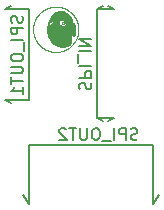
<source format=gbo>
G04 #@! TF.GenerationSoftware,KiCad,Pcbnew,5.0.2-bee76a0~70~ubuntu18.04.1*
G04 #@! TF.CreationDate,2018-12-18T05:27:10+01:00*
G04 #@! TF.ProjectId,myoelectronics_spi_harness_to_motor_controller_adapter,6d796f65-6c65-4637-9472-6f6e6963735f,rev?*
G04 #@! TF.SameCoordinates,Original*
G04 #@! TF.FileFunction,Legend,Bot*
G04 #@! TF.FilePolarity,Positive*
%FSLAX46Y46*%
G04 Gerber Fmt 4.6, Leading zero omitted, Abs format (unit mm)*
G04 Created by KiCad (PCBNEW 5.0.2-bee76a0~70~ubuntu18.04.1) date Tue 18 Dec 2018 05:27:10 CET*
%MOMM*%
%LPD*%
G01*
G04 APERTURE LIST*
%ADD10C,0.200000*%
%ADD11C,0.077506*%
%ADD12C,0.007078*%
%ADD13C,0.100000*%
%ADD14C,0.014156*%
%ADD15C,0.150000*%
G04 APERTURE END LIST*
D10*
X136250000Y-86000000D02*
X135750000Y-86250000D01*
X134750000Y-86000000D02*
X135250000Y-86250000D01*
X136250000Y-76750000D02*
X135750000Y-76500000D01*
X134750000Y-76750000D02*
X135250000Y-76500000D01*
X139500000Y-93250000D02*
X140000000Y-92500000D01*
X139500000Y-88250000D02*
X139500000Y-93250000D01*
X129000000Y-93250000D02*
X128500000Y-92500000D01*
X129000000Y-88250000D02*
X129000000Y-93250000D01*
X139500000Y-88250000D02*
X129000000Y-88250000D01*
X134750000Y-76750000D02*
X136250000Y-76750000D01*
X134750000Y-86000000D02*
X136250000Y-86000000D01*
X134750000Y-76750000D02*
X134750000Y-86000000D01*
X127000000Y-84500000D02*
X127500000Y-84750000D01*
X127000000Y-76750000D02*
X127500000Y-76500000D01*
X129000000Y-84500000D02*
X127000000Y-84500000D01*
X129000000Y-76750000D02*
X129000000Y-84500000D01*
X127000000Y-76750000D02*
X129000000Y-76750000D01*
D11*
G04 #@! TO.C,svg2mod*
X131157356Y-76566355D02*
X131157356Y-76566369D01*
X131175595Y-76565337D02*
X131157356Y-76566355D01*
X131198493Y-76564630D02*
X131175595Y-76565337D01*
X131225123Y-76564220D02*
X131198493Y-76564630D01*
X131254555Y-76564092D02*
X131225123Y-76564220D01*
X131285860Y-76564231D02*
X131254555Y-76564092D01*
X131318110Y-76564622D02*
X131285860Y-76564231D01*
X131350375Y-76565252D02*
X131318110Y-76564622D01*
X131381725Y-76566106D02*
X131350375Y-76565252D01*
X131411234Y-76567168D02*
X131381725Y-76566106D01*
X131437970Y-76568425D02*
X131411234Y-76567168D01*
X131461006Y-76569861D02*
X131437970Y-76568425D01*
X131479411Y-76571463D02*
X131461006Y-76569861D01*
X131507167Y-76574593D02*
X131479411Y-76571463D01*
X131534794Y-76578085D02*
X131507167Y-76574593D01*
X131562293Y-76581939D02*
X131534794Y-76578085D01*
X131589662Y-76586153D02*
X131562293Y-76581939D01*
X131616898Y-76590727D02*
X131589662Y-76586153D01*
X131644000Y-76595661D02*
X131616898Y-76590727D01*
X131670966Y-76600954D02*
X131644000Y-76595661D01*
X131697795Y-76606604D02*
X131670966Y-76600954D01*
X131724485Y-76612611D02*
X131697795Y-76606604D01*
X131751035Y-76618975D02*
X131724485Y-76612611D01*
X131777442Y-76625695D02*
X131751035Y-76618975D01*
X131803705Y-76632770D02*
X131777442Y-76625695D01*
X131829822Y-76640199D02*
X131803705Y-76632770D01*
X131855792Y-76647982D02*
X131829822Y-76640199D01*
X131881613Y-76656118D02*
X131855792Y-76647982D01*
X131907284Y-76664607D02*
X131881613Y-76656118D01*
X131932802Y-76673447D02*
X131907284Y-76664607D01*
X131958166Y-76682638D02*
X131932802Y-76673447D01*
X131983375Y-76692179D02*
X131958166Y-76682638D01*
X132008426Y-76702070D02*
X131983375Y-76692179D01*
X132033318Y-76712309D02*
X132008426Y-76702070D01*
X132058049Y-76722897D02*
X132033318Y-76712309D01*
X132082618Y-76733832D02*
X132058049Y-76722897D01*
X132107023Y-76745114D02*
X132082618Y-76733832D01*
X132131262Y-76756742D02*
X132107023Y-76745114D01*
X132155334Y-76768715D02*
X132131262Y-76756742D01*
X132179237Y-76781032D02*
X132155334Y-76768715D01*
X132202969Y-76793694D02*
X132179237Y-76781032D01*
X132226529Y-76806699D02*
X132202969Y-76793694D01*
X132249914Y-76820046D02*
X132226529Y-76806699D01*
X132273124Y-76833736D02*
X132249914Y-76820046D01*
X132296157Y-76847766D02*
X132273124Y-76833736D01*
X132319010Y-76862137D02*
X132296157Y-76847766D01*
X132341683Y-76876847D02*
X132319010Y-76862137D01*
X132364173Y-76891897D02*
X132341683Y-76876847D01*
X132386480Y-76907285D02*
X132364173Y-76891897D01*
X132408600Y-76923010D02*
X132386480Y-76907285D01*
X132430533Y-76939073D02*
X132408600Y-76923010D01*
X132452277Y-76955471D02*
X132430533Y-76939073D01*
X132473830Y-76972206D02*
X132452277Y-76955471D01*
X132495191Y-76989274D02*
X132473830Y-76972206D01*
X132516358Y-77006678D02*
X132495191Y-76989274D01*
X132537313Y-77024415D02*
X132516358Y-77006678D01*
X132558009Y-77042463D02*
X132537313Y-77024415D01*
X132578442Y-77060814D02*
X132558009Y-77042463D01*
X132598609Y-77079464D02*
X132578442Y-77060814D01*
X132618506Y-77098408D02*
X132598609Y-77079464D01*
X132638131Y-77117640D02*
X132618506Y-77098408D01*
X132657479Y-77137156D02*
X132638131Y-77117640D01*
X132676547Y-77156949D02*
X132657479Y-77137156D01*
X132695331Y-77177016D02*
X132676547Y-77156949D01*
X132713829Y-77197350D02*
X132695331Y-77177016D01*
X132732036Y-77217946D02*
X132713829Y-77197350D01*
X132749949Y-77238800D02*
X132732036Y-77217946D01*
X132767564Y-77259905D02*
X132749949Y-77238800D01*
X132784879Y-77281258D02*
X132767564Y-77259905D01*
X132801889Y-77302852D02*
X132784879Y-77281258D01*
X132818592Y-77324682D02*
X132801889Y-77302852D01*
X132834983Y-77346744D02*
X132818592Y-77324682D01*
X132851059Y-77369031D02*
X132834983Y-77346744D01*
X132866816Y-77391539D02*
X132851059Y-77369031D01*
X132882252Y-77414263D02*
X132866816Y-77391539D01*
X132897363Y-77437197D02*
X132882252Y-77414263D01*
X132912145Y-77460336D02*
X132897363Y-77437197D01*
X132926594Y-77483675D02*
X132912145Y-77460336D01*
X132940708Y-77507209D02*
X132926594Y-77483675D01*
X132954482Y-77530932D02*
X132940708Y-77507209D01*
X132967914Y-77554839D02*
X132954482Y-77530932D01*
X132980999Y-77578926D02*
X132967914Y-77554839D01*
X132993735Y-77603186D02*
X132980999Y-77578926D01*
X133006117Y-77627615D02*
X132993735Y-77603186D01*
X133018143Y-77652207D02*
X133006117Y-77627615D01*
X133029809Y-77676958D02*
X133018143Y-77652207D01*
X133041111Y-77701862D02*
X133029809Y-77676958D01*
X133052046Y-77726913D02*
X133041111Y-77701862D01*
X133062610Y-77752107D02*
X133052046Y-77726913D01*
X133072800Y-77777438D02*
X133062610Y-77752107D01*
X133082612Y-77802902D02*
X133072800Y-77777438D01*
X133092044Y-77828492D02*
X133082612Y-77802902D01*
X133101090Y-77854204D02*
X133092044Y-77828492D01*
X133109749Y-77880033D02*
X133101090Y-77854204D01*
X133118016Y-77905973D02*
X133109749Y-77880033D01*
X133126024Y-77932364D02*
X133118016Y-77905973D01*
X133133614Y-77958607D02*
X133126024Y-77932364D01*
X133140790Y-77984728D02*
X133133614Y-77958607D01*
X133147555Y-78010755D02*
X133140790Y-77984728D01*
X133153915Y-78036715D02*
X133147555Y-78010755D01*
X133159874Y-78062635D02*
X133153915Y-78036715D01*
X133165436Y-78088543D02*
X133159874Y-78062635D01*
X133170606Y-78114465D02*
X133165436Y-78088543D01*
X133175388Y-78140430D02*
X133170606Y-78114465D01*
X133179787Y-78166463D02*
X133175388Y-78140430D01*
X133183806Y-78192593D02*
X133179787Y-78166463D01*
X133187450Y-78218847D02*
X133183806Y-78192593D01*
X133190724Y-78245251D02*
X133187450Y-78218847D01*
X133193632Y-78271833D02*
X133190724Y-78245251D01*
X133196178Y-78298621D02*
X133193632Y-78271833D01*
X133198367Y-78325641D02*
X133196178Y-78298621D01*
X133200203Y-78352921D02*
X133198367Y-78325641D01*
X133201690Y-78380487D02*
X133200203Y-78352921D01*
X133202833Y-78408368D02*
X133201690Y-78380487D01*
X133203637Y-78436590D02*
X133202833Y-78408368D01*
X133204063Y-78464246D02*
X133203637Y-78436590D01*
X133204101Y-78491849D02*
X133204063Y-78464246D01*
X133203753Y-78519396D02*
X133204101Y-78491849D01*
X133203020Y-78546884D02*
X133203753Y-78519396D01*
X133201903Y-78574311D02*
X133203020Y-78546884D01*
X133200402Y-78601673D02*
X133201903Y-78574311D01*
X133198519Y-78628966D02*
X133200402Y-78601673D01*
X133196255Y-78656189D02*
X133198519Y-78628966D01*
X133193610Y-78683337D02*
X133196255Y-78656189D01*
X133190587Y-78710408D02*
X133193610Y-78683337D01*
X133187185Y-78737398D02*
X133190587Y-78710408D01*
X133183405Y-78764304D02*
X133187185Y-78737398D01*
X133179250Y-78791124D02*
X133183405Y-78764304D01*
X133174719Y-78817854D02*
X133179250Y-78791124D01*
X133169814Y-78844490D02*
X133174719Y-78817854D01*
X133164535Y-78871031D02*
X133169814Y-78844490D01*
X133158884Y-78897473D02*
X133164535Y-78871031D01*
X133152862Y-78923812D02*
X133158884Y-78897473D01*
X133146470Y-78950045D02*
X133152862Y-78923812D01*
X133139708Y-78976170D02*
X133146470Y-78950045D01*
X133132578Y-79002184D02*
X133139708Y-78976170D01*
X133125081Y-79028082D02*
X133132578Y-79002184D01*
X133117218Y-79053863D02*
X133125081Y-79028082D01*
X133108989Y-79079522D02*
X133117218Y-79053863D01*
X133100396Y-79105058D02*
X133108989Y-79079522D01*
X133091439Y-79130466D02*
X133100396Y-79105058D01*
X133082121Y-79155743D02*
X133091439Y-79130466D01*
X133072441Y-79180888D02*
X133082121Y-79155743D01*
X133062401Y-79205895D02*
X133072441Y-79180888D01*
X133052001Y-79230763D02*
X133062401Y-79205895D01*
X133041243Y-79255488D02*
X133052001Y-79230763D01*
X133030128Y-79280067D02*
X133041243Y-79255488D01*
X133018656Y-79304497D02*
X133030128Y-79280067D01*
X133006830Y-79328775D02*
X133018656Y-79304497D01*
X132994649Y-79352897D02*
X133006830Y-79328775D01*
X132982114Y-79376861D02*
X132994649Y-79352897D01*
X132969227Y-79400664D02*
X132982114Y-79376861D01*
X132955989Y-79424301D02*
X132969227Y-79400664D01*
X132942401Y-79447771D02*
X132955989Y-79424301D01*
X132928463Y-79471070D02*
X132942401Y-79447771D01*
X132914177Y-79494196D02*
X132928463Y-79471070D01*
X132899544Y-79517144D02*
X132914177Y-79494196D01*
X132884565Y-79539911D02*
X132899544Y-79517144D01*
X132869240Y-79562496D02*
X132884565Y-79539911D01*
X132853570Y-79584894D02*
X132869240Y-79562496D01*
X132837558Y-79607102D02*
X132853570Y-79584894D01*
X132821203Y-79629117D02*
X132837558Y-79607102D01*
X132804232Y-79651298D02*
X132821203Y-79629117D01*
X132786983Y-79673192D02*
X132804232Y-79651298D01*
X132769459Y-79694797D02*
X132786983Y-79673192D01*
X132751663Y-79716112D02*
X132769459Y-79694797D01*
X132733598Y-79737134D02*
X132751663Y-79716112D01*
X132715267Y-79757863D02*
X132733598Y-79737134D01*
X132696674Y-79778296D02*
X132715267Y-79757863D01*
X132677821Y-79798431D02*
X132696674Y-79778296D01*
X132658713Y-79818267D02*
X132677821Y-79798431D01*
X132639351Y-79837802D02*
X132658713Y-79818267D01*
X132619740Y-79857034D02*
X132639351Y-79837802D01*
X132599882Y-79875961D02*
X132619740Y-79857034D01*
X132579780Y-79894581D02*
X132599882Y-79875961D01*
X132559438Y-79912893D02*
X132579780Y-79894581D01*
X132538860Y-79930894D02*
X132559438Y-79912893D01*
X132518047Y-79948584D02*
X132538860Y-79930894D01*
X132497003Y-79965959D02*
X132518047Y-79948584D01*
X132475732Y-79983019D02*
X132497003Y-79965959D01*
X132454236Y-79999762D02*
X132475732Y-79983019D01*
X132432519Y-80016185D02*
X132454236Y-79999762D01*
X132410584Y-80032286D02*
X132432519Y-80016185D01*
X132388435Y-80048065D02*
X132410584Y-80032286D01*
X132366073Y-80063520D02*
X132388435Y-80048065D01*
X132343503Y-80078647D02*
X132366073Y-80063520D01*
X132320727Y-80093446D02*
X132343503Y-80078647D01*
X132297749Y-80107916D02*
X132320727Y-80093446D01*
X132274572Y-80122053D02*
X132297749Y-80107916D01*
X132251199Y-80135856D02*
X132274572Y-80122053D01*
X132227633Y-80149323D02*
X132251199Y-80135856D01*
X132203878Y-80162454D02*
X132227633Y-80149323D01*
X132179937Y-80175245D02*
X132203878Y-80162454D01*
X132155812Y-80187694D02*
X132179937Y-80175245D01*
X132131507Y-80199801D02*
X132155812Y-80187694D01*
X132107025Y-80211564D02*
X132131507Y-80199801D01*
X132082370Y-80222979D02*
X132107025Y-80211564D01*
X132057544Y-80234047D02*
X132082370Y-80222979D01*
X132032550Y-80244764D02*
X132057544Y-80234047D01*
X132007393Y-80255130D02*
X132032550Y-80244764D01*
X131982074Y-80265142D02*
X132007393Y-80255130D01*
X131956597Y-80274798D02*
X131982074Y-80265142D01*
X131930966Y-80284096D02*
X131956597Y-80274798D01*
X131905183Y-80293036D02*
X131930966Y-80284096D01*
X131879252Y-80301615D02*
X131905183Y-80293036D01*
X131853176Y-80309831D02*
X131879252Y-80301615D01*
X131826958Y-80317682D02*
X131853176Y-80309831D01*
X131800601Y-80325167D02*
X131826958Y-80317682D01*
X131774108Y-80332283D02*
X131800601Y-80325167D01*
X131747483Y-80339030D02*
X131774108Y-80332283D01*
X131720728Y-80345404D02*
X131747483Y-80339030D01*
X131693847Y-80351405D02*
X131720728Y-80345404D01*
X131666843Y-80357031D02*
X131693847Y-80351405D01*
X131639720Y-80362279D02*
X131666843Y-80357031D01*
X131612480Y-80367148D02*
X131639720Y-80362279D01*
X131585126Y-80371636D02*
X131612480Y-80367148D01*
X131557662Y-80375742D02*
X131585126Y-80371636D01*
X131530091Y-80379463D02*
X131557662Y-80375742D01*
X131502415Y-80382798D02*
X131530091Y-80379463D01*
X131475151Y-80385682D02*
X131502415Y-80382798D01*
X131447860Y-80388163D02*
X131475151Y-80385682D01*
X131420547Y-80390243D02*
X131447860Y-80388163D01*
X131393218Y-80391922D02*
X131420547Y-80390243D01*
X131365877Y-80393202D02*
X131393218Y-80391922D01*
X131338530Y-80394084D02*
X131365877Y-80393202D01*
X131311182Y-80394571D02*
X131338530Y-80394084D01*
X131283838Y-80394663D02*
X131311182Y-80394571D01*
X131256504Y-80394362D02*
X131283838Y-80394663D01*
X131229184Y-80393669D02*
X131256504Y-80394362D01*
X131201884Y-80392585D02*
X131229184Y-80393669D01*
X131174610Y-80391113D02*
X131201884Y-80392585D01*
X131147365Y-80389254D02*
X131174610Y-80391113D01*
X131120156Y-80387008D02*
X131147365Y-80389254D01*
X131092987Y-80384379D02*
X131120156Y-80387008D01*
X131065864Y-80381366D02*
X131092987Y-80384379D01*
X131038792Y-80377971D02*
X131065864Y-80381366D01*
X131011776Y-80374197D02*
X131038792Y-80377971D01*
X130984822Y-80370043D02*
X131011776Y-80374197D01*
X130957934Y-80365513D02*
X130984822Y-80370043D01*
X130931117Y-80360607D02*
X130957934Y-80365513D01*
X130904378Y-80355326D02*
X130931117Y-80360607D01*
X130877721Y-80349672D02*
X130904378Y-80355326D01*
X130851151Y-80343647D02*
X130877721Y-80349672D01*
X130824674Y-80337252D02*
X130851151Y-80343647D01*
X130798294Y-80330489D02*
X130824674Y-80337252D01*
X130772017Y-80323358D02*
X130798294Y-80330489D01*
X130745848Y-80315862D02*
X130772017Y-80323358D01*
X130719793Y-80308002D02*
X130745848Y-80315862D01*
X130693856Y-80299778D02*
X130719793Y-80308002D01*
X130668043Y-80291194D02*
X130693856Y-80299778D01*
X130642358Y-80282250D02*
X130668043Y-80291194D01*
X130616808Y-80272947D02*
X130642358Y-80282250D01*
X130591397Y-80263287D02*
X130616808Y-80272947D01*
X130566130Y-80253272D02*
X130591397Y-80263287D01*
X130541013Y-80242902D02*
X130566130Y-80253272D01*
X130516050Y-80232181D02*
X130541013Y-80242902D01*
X130491248Y-80221107D02*
X130516050Y-80232181D01*
X130466611Y-80209685D02*
X130491248Y-80221107D01*
X130442144Y-80197914D02*
X130466611Y-80209685D01*
X130417853Y-80185796D02*
X130442144Y-80197914D01*
X130393743Y-80173332D02*
X130417853Y-80185796D01*
X130369819Y-80160525D02*
X130393743Y-80173332D01*
X130346085Y-80147375D02*
X130369819Y-80160525D01*
X130322548Y-80133885D02*
X130346085Y-80147375D01*
X130299213Y-80120054D02*
X130322548Y-80133885D01*
X130276085Y-80105886D02*
X130299213Y-80120054D01*
X130253168Y-80091381D02*
X130276085Y-80105886D01*
X130230469Y-80076541D02*
X130253168Y-80091381D01*
X130207991Y-80061366D02*
X130230469Y-80076541D01*
X130185742Y-80045860D02*
X130207991Y-80061366D01*
X130163725Y-80030023D02*
X130185742Y-80045860D01*
X130141946Y-80013856D02*
X130163725Y-80030023D01*
X130120410Y-79997361D02*
X130141946Y-80013856D01*
X130098461Y-79980043D02*
X130120410Y-79997361D01*
X130076799Y-79962463D02*
X130098461Y-79980043D01*
X130055426Y-79944622D02*
X130076799Y-79962463D01*
X130034343Y-79926523D02*
X130055426Y-79944622D01*
X130013550Y-79908166D02*
X130034343Y-79926523D01*
X129993050Y-79889552D02*
X130013550Y-79908166D01*
X129972842Y-79870683D02*
X129993050Y-79889552D01*
X129952929Y-79851560D02*
X129972842Y-79870683D01*
X129933311Y-79832185D02*
X129952929Y-79851560D01*
X129913989Y-79812558D02*
X129933311Y-79832185D01*
X129894965Y-79792681D02*
X129913989Y-79812558D01*
X129876240Y-79772555D02*
X129894965Y-79792681D01*
X129857815Y-79752182D02*
X129876240Y-79772555D01*
X129839690Y-79731562D02*
X129857815Y-79752182D01*
X129821868Y-79710698D02*
X129839690Y-79731562D01*
X129804349Y-79689589D02*
X129821868Y-79710698D01*
X129787134Y-79668239D02*
X129804349Y-79689589D01*
X129770224Y-79646647D02*
X129787134Y-79668239D01*
X129753621Y-79624816D02*
X129770224Y-79646647D01*
X129737326Y-79602746D02*
X129753621Y-79624816D01*
X129721340Y-79580439D02*
X129737326Y-79602746D01*
X129705664Y-79557895D02*
X129721340Y-79580439D01*
X129690298Y-79535118D02*
X129705664Y-79557895D01*
X129675245Y-79512106D02*
X129690298Y-79535118D01*
X129660506Y-79488863D02*
X129675245Y-79512106D01*
X129646080Y-79465389D02*
X129660506Y-79488863D01*
X129631971Y-79441685D02*
X129646080Y-79465389D01*
X129618314Y-79417970D02*
X129631971Y-79441685D01*
X129605026Y-79394085D02*
X129618314Y-79417970D01*
X129592106Y-79370035D02*
X129605026Y-79394085D01*
X129579555Y-79345824D02*
X129592106Y-79370035D01*
X129567373Y-79321458D02*
X129579555Y-79345824D01*
X129555559Y-79296940D02*
X129567373Y-79321458D01*
X129544114Y-79272275D02*
X129555559Y-79296940D01*
X129533038Y-79247468D02*
X129544114Y-79272275D01*
X129522331Y-79222524D02*
X129533038Y-79247468D01*
X129511994Y-79197447D02*
X129522331Y-79222524D01*
X129502026Y-79172242D02*
X129511994Y-79197447D01*
X129492428Y-79146913D02*
X129502026Y-79172242D01*
X129483200Y-79121465D02*
X129492428Y-79146913D01*
X129474342Y-79095903D02*
X129483200Y-79121465D01*
X129465854Y-79070231D02*
X129474342Y-79095903D01*
X129457736Y-79044454D02*
X129465854Y-79070231D01*
X129449989Y-79018576D02*
X129457736Y-79044454D01*
X129442612Y-78992603D02*
X129449989Y-79018576D01*
X129435606Y-78966538D02*
X129442612Y-78992603D01*
X129428971Y-78940386D02*
X129435606Y-78966538D01*
X129422707Y-78914153D02*
X129428971Y-78940386D01*
X129416813Y-78887842D02*
X129422707Y-78914153D01*
X129411292Y-78861458D02*
X129416813Y-78887842D01*
X129406142Y-78835006D02*
X129411292Y-78861458D01*
X129401363Y-78808491D02*
X129406142Y-78835006D01*
X129396956Y-78781916D02*
X129401363Y-78808491D01*
X129392921Y-78755288D02*
X129396956Y-78781916D01*
X129389258Y-78728609D02*
X129392921Y-78755288D01*
X129385968Y-78701885D02*
X129389258Y-78728609D01*
X129383049Y-78675121D02*
X129385968Y-78701885D01*
X129380504Y-78648321D02*
X129383049Y-78675121D01*
X129378331Y-78621490D02*
X129380504Y-78648321D01*
X129376530Y-78594632D02*
X129378331Y-78621490D01*
X129375103Y-78567752D02*
X129376530Y-78594632D01*
X129374049Y-78540855D02*
X129375103Y-78567752D01*
X129373368Y-78513945D02*
X129374049Y-78540855D01*
X129373060Y-78487027D02*
X129373368Y-78513945D01*
X129373126Y-78460105D02*
X129373060Y-78487027D01*
X129373566Y-78433185D02*
X129373126Y-78460105D01*
X129374379Y-78406270D02*
X129373566Y-78433185D01*
X129375567Y-78379365D02*
X129374379Y-78406270D01*
X129377129Y-78352475D02*
X129375567Y-78379365D01*
X129379065Y-78325605D02*
X129377129Y-78352475D01*
X129381375Y-78298759D02*
X129379065Y-78325605D01*
X129384060Y-78271942D02*
X129381375Y-78298759D01*
X129387120Y-78245158D02*
X129384060Y-78271942D01*
X129390555Y-78218412D02*
X129387120Y-78245158D01*
X129394364Y-78191709D02*
X129390555Y-78218412D01*
X129398549Y-78165053D02*
X129394364Y-78191709D01*
X129403110Y-78138449D02*
X129398549Y-78165053D01*
X129408045Y-78111902D02*
X129403110Y-78138449D01*
X129413357Y-78085415D02*
X129408045Y-78111902D01*
X129419044Y-78058995D02*
X129413357Y-78085415D01*
X129425107Y-78032644D02*
X129419044Y-78058995D01*
X129431547Y-78006369D02*
X129425107Y-78032644D01*
X129438362Y-77980173D02*
X129431547Y-78006369D01*
X129445554Y-77954062D02*
X129438362Y-77980173D01*
X129453122Y-77928039D02*
X129445554Y-77954062D01*
X129461067Y-77902110D02*
X129453122Y-77928039D01*
X129469389Y-77876278D02*
X129461067Y-77902110D01*
X129478088Y-77850550D02*
X129469389Y-77876278D01*
X129487164Y-77824928D02*
X129478088Y-77850550D01*
X129496618Y-77799419D02*
X129487164Y-77824928D01*
X129506448Y-77774026D02*
X129496618Y-77799419D01*
X129516657Y-77748754D02*
X129506448Y-77774026D01*
X129527243Y-77723608D02*
X129516657Y-77748754D01*
X129538207Y-77698593D02*
X129527243Y-77723608D01*
X129549549Y-77673712D02*
X129538207Y-77698593D01*
X129561269Y-77648971D02*
X129549549Y-77673712D01*
X129573367Y-77624375D02*
X129561269Y-77648971D01*
X129586509Y-77598568D02*
X129573367Y-77624375D01*
X129599864Y-77573185D02*
X129586509Y-77598568D01*
X129613444Y-77548205D02*
X129599864Y-77573185D01*
X129627264Y-77523613D02*
X129613444Y-77548205D01*
X129641337Y-77499389D02*
X129627264Y-77523613D01*
X129655674Y-77475516D02*
X129641337Y-77499389D01*
X129670291Y-77451975D02*
X129655674Y-77475516D01*
X129685199Y-77428749D02*
X129670291Y-77451975D01*
X129700412Y-77405820D02*
X129685199Y-77428749D01*
X129715944Y-77383170D02*
X129700412Y-77405820D01*
X129731807Y-77360780D02*
X129715944Y-77383170D01*
X129748014Y-77338634D02*
X129731807Y-77360780D01*
X129764579Y-77316712D02*
X129748014Y-77338634D01*
X129781514Y-77294997D02*
X129764579Y-77316712D01*
X129798834Y-77273470D02*
X129781514Y-77294997D01*
X129816551Y-77252115D02*
X129798834Y-77273470D01*
X129834678Y-77230912D02*
X129816551Y-77252115D01*
X129853228Y-77209845D02*
X129834678Y-77230912D01*
X129872215Y-77188894D02*
X129853228Y-77209845D01*
X129891652Y-77168042D02*
X129872215Y-77188894D01*
X129911552Y-77147272D02*
X129891652Y-77168042D01*
X129931927Y-77126564D02*
X129911552Y-77147272D01*
X129952792Y-77105901D02*
X129931927Y-77126564D01*
X129972823Y-77086590D02*
X129952792Y-77105901D01*
X129993079Y-77067608D02*
X129972823Y-77086590D01*
X130013559Y-77048957D02*
X129993079Y-77067608D01*
X130034259Y-77030638D02*
X130013559Y-77048957D01*
X130055177Y-77012652D02*
X130034259Y-77030638D01*
X130076312Y-76995000D02*
X130055177Y-77012652D01*
X130097661Y-76977683D02*
X130076312Y-76995000D01*
X130119221Y-76960702D02*
X130097661Y-76977683D01*
X130140991Y-76944058D02*
X130119221Y-76960702D01*
X130162968Y-76927752D02*
X130140991Y-76944058D01*
X130185149Y-76911785D02*
X130162968Y-76927752D01*
X130207534Y-76896158D02*
X130185149Y-76911785D01*
X130230118Y-76880872D02*
X130207534Y-76896158D01*
X130252901Y-76865929D02*
X130230118Y-76880872D01*
X130275880Y-76851328D02*
X130252901Y-76865929D01*
X130299051Y-76837072D02*
X130275880Y-76851328D01*
X130322414Y-76823161D02*
X130299051Y-76837072D01*
X130345966Y-76809596D02*
X130322414Y-76823161D01*
X130369705Y-76796378D02*
X130345966Y-76809596D01*
X130393628Y-76783509D02*
X130369705Y-76796378D01*
X130417733Y-76770989D02*
X130393628Y-76783509D01*
X130442018Y-76758819D02*
X130417733Y-76770989D01*
X130466480Y-76747000D02*
X130442018Y-76758819D01*
X130491118Y-76735534D02*
X130466480Y-76747000D01*
X130515929Y-76724421D02*
X130491118Y-76735534D01*
X130540910Y-76713663D02*
X130515929Y-76724421D01*
X130566060Y-76703259D02*
X130540910Y-76713663D01*
X130591375Y-76693213D02*
X130566060Y-76703259D01*
X130616855Y-76683523D02*
X130591375Y-76693213D01*
X130642497Y-76674193D02*
X130616855Y-76683523D01*
X130668297Y-76665221D02*
X130642497Y-76674193D01*
X130694255Y-76656610D02*
X130668297Y-76665221D01*
X130720367Y-76648361D02*
X130694255Y-76656610D01*
X130746632Y-76640474D02*
X130720367Y-76648361D01*
X130773047Y-76632951D02*
X130746632Y-76640474D01*
X130799610Y-76625792D02*
X130773047Y-76632951D01*
X130826319Y-76618999D02*
X130799610Y-76625792D01*
X130853171Y-76612572D02*
X130826319Y-76618999D01*
X130880165Y-76606514D02*
X130853171Y-76612572D01*
X130907297Y-76600823D02*
X130880165Y-76606514D01*
X130934565Y-76595503D02*
X130907297Y-76600823D01*
X130961968Y-76590553D02*
X130934565Y-76595503D01*
X130989503Y-76585975D02*
X130961968Y-76590553D01*
X131017167Y-76581769D02*
X130989503Y-76585975D01*
X131044959Y-76577937D02*
X131017167Y-76581769D01*
X131072877Y-76574481D02*
X131044959Y-76577937D01*
X131100917Y-76571399D02*
X131072877Y-76574481D01*
X131129077Y-76568695D02*
X131100917Y-76571399D01*
X131157356Y-76566369D02*
X131129077Y-76568695D01*
D12*
G36*
X132679155Y-77910788D02*
X132653750Y-77920957D01*
X132632542Y-77932111D01*
X132614926Y-77944869D01*
X132600300Y-77959848D01*
X132588061Y-77977666D01*
X132577604Y-77998940D01*
X132568326Y-78024289D01*
X132562670Y-78043567D01*
X132557793Y-78063969D01*
X132553671Y-78085763D01*
X132550280Y-78109217D01*
X132547597Y-78134599D01*
X132545598Y-78162178D01*
X132544260Y-78192221D01*
X132543559Y-78224995D01*
X132543470Y-78260771D01*
X132543971Y-78299814D01*
X132544781Y-78332870D01*
X132545899Y-78364566D01*
X132547332Y-78394955D01*
X132549084Y-78424088D01*
X132551163Y-78452017D01*
X132553573Y-78478793D01*
X132556320Y-78504470D01*
X132559411Y-78529097D01*
X132562850Y-78552728D01*
X132566644Y-78575413D01*
X132570799Y-78597205D01*
X132575320Y-78618156D01*
X132580214Y-78638317D01*
X132590272Y-78676189D01*
X132600576Y-78712394D01*
X132611096Y-78746866D01*
X132621800Y-78779534D01*
X132632658Y-78810332D01*
X132643640Y-78839191D01*
X132654713Y-78866042D01*
X132665849Y-78890818D01*
X132677016Y-78913449D01*
X132688183Y-78933869D01*
X132699320Y-78952009D01*
X132710396Y-78967799D01*
X132721380Y-78981173D01*
X132732242Y-78992062D01*
X132742951Y-79000397D01*
X132762102Y-79010000D01*
X132791166Y-79011686D01*
X132810595Y-79011184D01*
X132826845Y-79009052D01*
X132840527Y-79004350D01*
X132852255Y-78996139D01*
X132862643Y-78983479D01*
X132872301Y-78965432D01*
X132881845Y-78941057D01*
X132891886Y-78909416D01*
X132903037Y-78869569D01*
X132915911Y-78820576D01*
X132922787Y-78793118D01*
X132928960Y-78766525D01*
X132934462Y-78740547D01*
X132939326Y-78714935D01*
X132943586Y-78689438D01*
X132947275Y-78663807D01*
X132950425Y-78637792D01*
X132953071Y-78611143D01*
X132955244Y-78583611D01*
X132956978Y-78554945D01*
X132958306Y-78524895D01*
X132959261Y-78493213D01*
X132960137Y-78453321D01*
X132960109Y-78426081D01*
X132958744Y-78405155D01*
X132955614Y-78384203D01*
X132950286Y-78356885D01*
X132943799Y-78325658D01*
X132936784Y-78294345D01*
X132929341Y-78263300D01*
X132921574Y-78232876D01*
X132913585Y-78203430D01*
X132905475Y-78175314D01*
X132897346Y-78148883D01*
X132889301Y-78124491D01*
X132881442Y-78102493D01*
X132873870Y-78083242D01*
X132866689Y-78067094D01*
X132860272Y-78054815D01*
X132851789Y-78040668D01*
X132840544Y-78023637D01*
X132825840Y-78002706D01*
X132806981Y-77976856D01*
X132783270Y-77945072D01*
X132765505Y-77925546D01*
X132746295Y-77912382D01*
X132725558Y-77905552D01*
X132703210Y-77905029D01*
X132679169Y-77910785D01*
X132679155Y-77910788D01*
X132679155Y-77910788D01*
G37*
X132679155Y-77910788D02*
X132653750Y-77920957D01*
X132632542Y-77932111D01*
X132614926Y-77944869D01*
X132600300Y-77959848D01*
X132588061Y-77977666D01*
X132577604Y-77998940D01*
X132568326Y-78024289D01*
X132562670Y-78043567D01*
X132557793Y-78063969D01*
X132553671Y-78085763D01*
X132550280Y-78109217D01*
X132547597Y-78134599D01*
X132545598Y-78162178D01*
X132544260Y-78192221D01*
X132543559Y-78224995D01*
X132543470Y-78260771D01*
X132543971Y-78299814D01*
X132544781Y-78332870D01*
X132545899Y-78364566D01*
X132547332Y-78394955D01*
X132549084Y-78424088D01*
X132551163Y-78452017D01*
X132553573Y-78478793D01*
X132556320Y-78504470D01*
X132559411Y-78529097D01*
X132562850Y-78552728D01*
X132566644Y-78575413D01*
X132570799Y-78597205D01*
X132575320Y-78618156D01*
X132580214Y-78638317D01*
X132590272Y-78676189D01*
X132600576Y-78712394D01*
X132611096Y-78746866D01*
X132621800Y-78779534D01*
X132632658Y-78810332D01*
X132643640Y-78839191D01*
X132654713Y-78866042D01*
X132665849Y-78890818D01*
X132677016Y-78913449D01*
X132688183Y-78933869D01*
X132699320Y-78952009D01*
X132710396Y-78967799D01*
X132721380Y-78981173D01*
X132732242Y-78992062D01*
X132742951Y-79000397D01*
X132762102Y-79010000D01*
X132791166Y-79011686D01*
X132810595Y-79011184D01*
X132826845Y-79009052D01*
X132840527Y-79004350D01*
X132852255Y-78996139D01*
X132862643Y-78983479D01*
X132872301Y-78965432D01*
X132881845Y-78941057D01*
X132891886Y-78909416D01*
X132903037Y-78869569D01*
X132915911Y-78820576D01*
X132922787Y-78793118D01*
X132928960Y-78766525D01*
X132934462Y-78740547D01*
X132939326Y-78714935D01*
X132943586Y-78689438D01*
X132947275Y-78663807D01*
X132950425Y-78637792D01*
X132953071Y-78611143D01*
X132955244Y-78583611D01*
X132956978Y-78554945D01*
X132958306Y-78524895D01*
X132959261Y-78493213D01*
X132960137Y-78453321D01*
X132960109Y-78426081D01*
X132958744Y-78405155D01*
X132955614Y-78384203D01*
X132950286Y-78356885D01*
X132943799Y-78325658D01*
X132936784Y-78294345D01*
X132929341Y-78263300D01*
X132921574Y-78232876D01*
X132913585Y-78203430D01*
X132905475Y-78175314D01*
X132897346Y-78148883D01*
X132889301Y-78124491D01*
X132881442Y-78102493D01*
X132873870Y-78083242D01*
X132866689Y-78067094D01*
X132860272Y-78054815D01*
X132851789Y-78040668D01*
X132840544Y-78023637D01*
X132825840Y-78002706D01*
X132806981Y-77976856D01*
X132783270Y-77945072D01*
X132765505Y-77925546D01*
X132746295Y-77912382D01*
X132725558Y-77905552D01*
X132703210Y-77905029D01*
X132679169Y-77910785D01*
X132679155Y-77910788D01*
D13*
G36*
X130886149Y-77927109D02*
X130942992Y-77832937D01*
X130957887Y-77826129D01*
X130974299Y-77809264D01*
X130989253Y-77784506D01*
X130999775Y-77754019D01*
X130999210Y-77727688D01*
X130987442Y-77717704D01*
X130968479Y-77729099D01*
X130955317Y-77744418D01*
X130943470Y-77764283D01*
X130934523Y-77785553D01*
X130930060Y-77805093D01*
X130931955Y-77826175D01*
X130941490Y-77833117D01*
X130941298Y-77832965D01*
X130942992Y-77832937D01*
X130886149Y-77927109D01*
X130864797Y-77923195D01*
X130850080Y-77910858D01*
X130841606Y-77889514D01*
X130838981Y-77858579D01*
X130841092Y-77833095D01*
X130846818Y-77806848D01*
X130855764Y-77780467D01*
X130867531Y-77754581D01*
X130881722Y-77729819D01*
X130897938Y-77706811D01*
X130915783Y-77686185D01*
X130934859Y-77668571D01*
X130954767Y-77654598D01*
X130975111Y-77644895D01*
X130997491Y-77640353D01*
X131016111Y-77643870D01*
X131030527Y-77655097D01*
X131040300Y-77673688D01*
X131044987Y-77699296D01*
X131044548Y-77723131D01*
X131040345Y-77748147D01*
X131032808Y-77773724D01*
X131022369Y-77799243D01*
X131009459Y-77824087D01*
X130994510Y-77847636D01*
X130977953Y-77869273D01*
X130960220Y-77888377D01*
X130941742Y-77904332D01*
X130922949Y-77916518D01*
X130904275Y-77924316D01*
X130886149Y-77927109D01*
X130886149Y-77927109D01*
G37*
G36*
X131949294Y-78108245D02*
X131935307Y-78107266D01*
X131945352Y-78024382D01*
X131963458Y-78021201D01*
X131979532Y-78011711D01*
X131991664Y-77995903D01*
X131997250Y-77974869D01*
X131994008Y-77954791D01*
X131983285Y-77937804D01*
X131966426Y-77926045D01*
X131944779Y-77921650D01*
X131929245Y-77923605D01*
X131916099Y-77929666D01*
X131898592Y-77948453D01*
X131892297Y-77971825D01*
X131898235Y-77996010D01*
X131910811Y-78011784D01*
X131927157Y-78021234D01*
X131945341Y-78024365D01*
X131945352Y-78024382D01*
X131935307Y-78107266D01*
X131920113Y-78104801D01*
X131894668Y-78097239D01*
X131872238Y-78085826D01*
X131852822Y-78070560D01*
X131836424Y-78051437D01*
X131823042Y-78028455D01*
X131815806Y-78011293D01*
X131812715Y-77995358D01*
X131812064Y-77971830D01*
X131812731Y-77948211D01*
X131815894Y-77932136D01*
X131823296Y-77914493D01*
X131835715Y-77892778D01*
X131850821Y-77874505D01*
X131868771Y-77859544D01*
X131889717Y-77847769D01*
X131913813Y-77839053D01*
X131935586Y-77835265D01*
X131958152Y-77835597D01*
X131980746Y-77839777D01*
X132002603Y-77847534D01*
X132022960Y-77858594D01*
X132041050Y-77872687D01*
X132056110Y-77889539D01*
X132068549Y-77910070D01*
X132076990Y-77931779D01*
X132081573Y-77954171D01*
X132082439Y-77976755D01*
X132079729Y-77999037D01*
X132073584Y-78020525D01*
X132064144Y-78040725D01*
X132051552Y-78059144D01*
X132035946Y-78075289D01*
X132017469Y-78088668D01*
X131996262Y-78098787D01*
X131971859Y-78105980D01*
X131949275Y-78108242D01*
X131949294Y-78108245D01*
X131949294Y-78108245D01*
G37*
D14*
G36*
X131869121Y-79946414D02*
X131912637Y-78212283D01*
X131938715Y-78210947D01*
X131964703Y-78206657D01*
X131990167Y-78199497D01*
X132014672Y-78189550D01*
X132037783Y-78176902D01*
X132059066Y-78161637D01*
X132078087Y-78143839D01*
X132094410Y-78123591D01*
X132107602Y-78100978D01*
X132117228Y-78076085D01*
X132123594Y-78051007D01*
X132126905Y-78025741D01*
X132127350Y-78000438D01*
X132125120Y-77975249D01*
X132120405Y-77950324D01*
X132113396Y-77925815D01*
X132104283Y-77901872D01*
X132093257Y-77878646D01*
X132080509Y-77856288D01*
X132066228Y-77834948D01*
X132050605Y-77814777D01*
X132033831Y-77795926D01*
X132015142Y-77776517D01*
X131995240Y-77758249D01*
X131974218Y-77741209D01*
X131952171Y-77725484D01*
X131929191Y-77711164D01*
X131905373Y-77698335D01*
X131880810Y-77687085D01*
X131855597Y-77677502D01*
X131829827Y-77669674D01*
X131803594Y-77663689D01*
X131776991Y-77659633D01*
X131750113Y-77657596D01*
X131723052Y-77657664D01*
X131695904Y-77659926D01*
X131672047Y-77663511D01*
X131648960Y-77670103D01*
X131626902Y-77679483D01*
X131606133Y-77691432D01*
X131586913Y-77705732D01*
X131569500Y-77722163D01*
X131554155Y-77740507D01*
X131541138Y-77760545D01*
X131530707Y-77782059D01*
X131523122Y-77804830D01*
X131518643Y-77828639D01*
X131516902Y-77854171D01*
X131517723Y-77879442D01*
X131520955Y-77904361D01*
X131526445Y-77928839D01*
X131534039Y-77952784D01*
X131543584Y-77976106D01*
X131554929Y-77998715D01*
X131567919Y-78020520D01*
X131582403Y-78041431D01*
X131598227Y-78061357D01*
X131615238Y-78080208D01*
X131633283Y-78097894D01*
X131652210Y-78114324D01*
X131672448Y-78130282D01*
X131693619Y-78145069D01*
X131715640Y-78158606D01*
X131738431Y-78170811D01*
X131761909Y-78181606D01*
X131785993Y-78190910D01*
X131810601Y-78198644D01*
X131835651Y-78204728D01*
X131861061Y-78209082D01*
X131886751Y-78211627D01*
X131912637Y-78212283D01*
X131869121Y-79946414D01*
X130777440Y-78080883D01*
X130802815Y-78076625D01*
X130827010Y-78069100D01*
X130850068Y-78058734D01*
X130872031Y-78045954D01*
X130892941Y-78031183D01*
X130912841Y-78014849D01*
X130931772Y-77997375D01*
X130949777Y-77979188D01*
X130966899Y-77960713D01*
X130983907Y-77939861D01*
X131000225Y-77918330D01*
X131015748Y-77896146D01*
X131030375Y-77873335D01*
X131044001Y-77849922D01*
X131056524Y-77825935D01*
X131067841Y-77801397D01*
X131077849Y-77776336D01*
X131086444Y-77750777D01*
X131093523Y-77724746D01*
X131098984Y-77698269D01*
X131101640Y-77675166D01*
X131101964Y-77651016D01*
X131099029Y-77627114D01*
X131091909Y-77604757D01*
X131079678Y-77585243D01*
X131061409Y-77569869D01*
X131039501Y-77562060D01*
X131017132Y-77560004D01*
X130994711Y-77562773D01*
X130972649Y-77569441D01*
X130951354Y-77579080D01*
X130931237Y-77590763D01*
X130912706Y-77603563D01*
X130891633Y-77619942D01*
X130871481Y-77637389D01*
X130852261Y-77655840D01*
X130833984Y-77675230D01*
X130816662Y-77695495D01*
X130800303Y-77716572D01*
X130784921Y-77738397D01*
X130770524Y-77760904D01*
X130757124Y-77784031D01*
X130744732Y-77807712D01*
X130733359Y-77831885D01*
X130723014Y-77856484D01*
X130713710Y-77881446D01*
X130705456Y-77906707D01*
X130699928Y-77930907D01*
X130696070Y-77956076D01*
X130694817Y-77981512D01*
X130697101Y-78006513D01*
X130703855Y-78030378D01*
X130716012Y-78052404D01*
X130733321Y-78067979D01*
X130754388Y-78077861D01*
X130777454Y-78080883D01*
X130777440Y-78080883D01*
X131869121Y-79946414D01*
X131841651Y-79946146D01*
X131814174Y-79945349D01*
X131786703Y-79944022D01*
X131759251Y-79942162D01*
X131731832Y-79939768D01*
X131704458Y-79936838D01*
X131677144Y-79933370D01*
X131442336Y-77028978D01*
X131447370Y-77046427D01*
X131460849Y-77057832D01*
X131479327Y-77056744D01*
X131502898Y-77051884D01*
X131526996Y-77047678D01*
X131551391Y-77044637D01*
X131575851Y-77043271D01*
X131600145Y-77044093D01*
X131624041Y-77047612D01*
X131647309Y-77054340D01*
X131669717Y-77064787D01*
X131694768Y-77075459D01*
X131720999Y-77082003D01*
X131721011Y-77081952D01*
X131736679Y-77074293D01*
X131743389Y-77058636D01*
X131740638Y-77041516D01*
X131727925Y-77029467D01*
X131705985Y-77017201D01*
X131683068Y-77006804D01*
X131659351Y-76998355D01*
X131635008Y-76991931D01*
X131610215Y-76987612D01*
X131585148Y-76985475D01*
X131559982Y-76985598D01*
X131534893Y-76988059D01*
X131512836Y-76991790D01*
X131490560Y-76996018D01*
X131469025Y-77002236D01*
X131449191Y-77011935D01*
X131442336Y-77028978D01*
X131677144Y-79933370D01*
X131649901Y-79929361D01*
X131622743Y-79924809D01*
X131595683Y-79919714D01*
X131568735Y-79914072D01*
X131541911Y-79907882D01*
X131515224Y-79901141D01*
X131488689Y-79893849D01*
X131462317Y-79886002D01*
X131436122Y-79877599D01*
X131410118Y-79868638D01*
X131384317Y-79859116D01*
X131358732Y-79849033D01*
X131333377Y-79838385D01*
X131308265Y-79827171D01*
X131283408Y-79815389D01*
X131258821Y-79803037D01*
X131235826Y-79790598D01*
X131213210Y-79777491D01*
X131190992Y-79763730D01*
X131169189Y-79749325D01*
X131147819Y-79734291D01*
X131126899Y-79718638D01*
X131106446Y-79702381D01*
X131086479Y-79685530D01*
X131067014Y-79668099D01*
X131048069Y-79650099D01*
X131029662Y-79631545D01*
X131011811Y-79612446D01*
X130994532Y-79592818D01*
X130977843Y-79572670D01*
X130961762Y-79552017D01*
X130944722Y-79530870D01*
X130927905Y-79509504D01*
X130911323Y-79487922D01*
X130894985Y-79466124D01*
X130878903Y-79444114D01*
X130863087Y-79421895D01*
X130847548Y-79399467D01*
X130832297Y-79376834D01*
X130817343Y-79353998D01*
X130802699Y-79330960D01*
X130788373Y-79307725D01*
X130774378Y-79284292D01*
X130760724Y-79260666D01*
X130747421Y-79236848D01*
X130734481Y-79212840D01*
X130721913Y-79188645D01*
X130709728Y-79164265D01*
X130697938Y-79139702D01*
X130686552Y-79114959D01*
X130675582Y-79090037D01*
X130665038Y-79064940D01*
X130654930Y-79039669D01*
X130645270Y-79014226D01*
X130636068Y-78988615D01*
X130627334Y-78962837D01*
X130619080Y-78936894D01*
X130611316Y-78910789D01*
X130604052Y-78884524D01*
X130597300Y-78858101D01*
X130591070Y-78831523D01*
X130585372Y-78804792D01*
X130580218Y-78777910D01*
X130575054Y-78750313D01*
X130570722Y-78722625D01*
X130567164Y-78694856D01*
X130564322Y-78667015D01*
X130562136Y-78639113D01*
X130560550Y-78611159D01*
X130559505Y-78583164D01*
X130558943Y-78555136D01*
X130558804Y-78527087D01*
X130559032Y-78499026D01*
X130559568Y-78470964D01*
X130560353Y-78442909D01*
X130561329Y-78414872D01*
X130562439Y-78386863D01*
X130563623Y-78358892D01*
X130566349Y-78331654D01*
X130569529Y-78304490D01*
X130573150Y-78277399D01*
X130577200Y-78250383D01*
X130581669Y-78223442D01*
X130586543Y-78196577D01*
X130591813Y-78169789D01*
X130597465Y-78143079D01*
X130603488Y-78116448D01*
X130609872Y-78089896D01*
X130616603Y-78063425D01*
X130623670Y-78037034D01*
X130631062Y-78010726D01*
X130638766Y-77984500D01*
X130646772Y-77958358D01*
X130655067Y-77932300D01*
X130663641Y-77906327D01*
X130672480Y-77880440D01*
X130681574Y-77854640D01*
X130690910Y-77828928D01*
X130700478Y-77803304D01*
X130710265Y-77777769D01*
X130720260Y-77752324D01*
X130730451Y-77726970D01*
X130740827Y-77701708D01*
X130751375Y-77676539D01*
X130762084Y-77651462D01*
X130773404Y-77626446D01*
X130784902Y-77601484D01*
X130796606Y-77576599D01*
X130808543Y-77551813D01*
X130820740Y-77527150D01*
X130833223Y-77502632D01*
X130846020Y-77478283D01*
X130859157Y-77454124D01*
X130872662Y-77430180D01*
X130886561Y-77406472D01*
X130900882Y-77383025D01*
X130915651Y-77359860D01*
X130930895Y-77337000D01*
X130946641Y-77314469D01*
X130964237Y-77293095D01*
X130982352Y-77272158D01*
X131000966Y-77251662D01*
X131020059Y-77231611D01*
X131039611Y-77212009D01*
X131059604Y-77192859D01*
X131080016Y-77174164D01*
X131100829Y-77155929D01*
X131122023Y-77138158D01*
X131143578Y-77120853D01*
X131165474Y-77104019D01*
X131187692Y-77087658D01*
X131210130Y-77072629D01*
X131233016Y-77058351D01*
X131256325Y-77044823D01*
X131280034Y-77032042D01*
X131304120Y-77020003D01*
X131328559Y-77008705D01*
X131353329Y-76998145D01*
X131378405Y-76988320D01*
X131403763Y-76979226D01*
X131429382Y-76970861D01*
X131455237Y-76963222D01*
X131481304Y-76956306D01*
X131507561Y-76950111D01*
X131533984Y-76944632D01*
X131560549Y-76939868D01*
X131587234Y-76935815D01*
X131614014Y-76932470D01*
X131640866Y-76929832D01*
X131667767Y-76927895D01*
X131695407Y-76925242D01*
X131723236Y-76923219D01*
X131751143Y-76922203D01*
X131779014Y-76922572D01*
X131806739Y-76924705D01*
X131834204Y-76928978D01*
X131861298Y-76935769D01*
X131887034Y-76942508D01*
X131912459Y-76950134D01*
X131937572Y-76958614D01*
X131962370Y-76967912D01*
X131986853Y-76977994D01*
X132011021Y-76988824D01*
X132034871Y-77000368D01*
X132058403Y-77012591D01*
X132081616Y-77025457D01*
X132104509Y-77038932D01*
X132127080Y-77052981D01*
X132149330Y-77067570D01*
X132171256Y-77082662D01*
X132192857Y-77098224D01*
X132214133Y-77114220D01*
X132235083Y-77130616D01*
X132255705Y-77147376D01*
X132275998Y-77164466D01*
X132295962Y-77181850D01*
X132316531Y-77199140D01*
X132336851Y-77216740D01*
X132356896Y-77234661D01*
X132376638Y-77252915D01*
X132396051Y-77271512D01*
X132415108Y-77290465D01*
X132433780Y-77309785D01*
X132452043Y-77329483D01*
X132469868Y-77349570D01*
X132487228Y-77370059D01*
X132504097Y-77390959D01*
X132520448Y-77412284D01*
X132536253Y-77434043D01*
X132551486Y-77456249D01*
X132566707Y-77478157D01*
X132581722Y-77500300D01*
X132596415Y-77522712D01*
X132610670Y-77545423D01*
X132624369Y-77568467D01*
X132637395Y-77591874D01*
X132649632Y-77615678D01*
X132660962Y-77639910D01*
X132671269Y-77664601D01*
X132680435Y-77689785D01*
X132688344Y-77715493D01*
X132689754Y-77737728D01*
X132686528Y-77759543D01*
X132681250Y-77781216D01*
X132676507Y-77803026D01*
X132674882Y-77825252D01*
X132673113Y-77849772D01*
X132671073Y-77874313D01*
X132667742Y-77898412D01*
X132643482Y-77909437D01*
X132620225Y-77922778D01*
X132599227Y-77939010D01*
X132581743Y-77958709D01*
X132569029Y-77982450D01*
X132558825Y-78007598D01*
X132550528Y-78033287D01*
X132543924Y-78059431D01*
X132538798Y-78085942D01*
X132534934Y-78112736D01*
X132532118Y-78139727D01*
X132530136Y-78166827D01*
X132528771Y-78193951D01*
X132527810Y-78221013D01*
X132527037Y-78247928D01*
X132527169Y-78275999D01*
X132527595Y-78304086D01*
X132528338Y-78332180D01*
X132529423Y-78360270D01*
X132530872Y-78388345D01*
X132532708Y-78416397D01*
X132534956Y-78444416D01*
X132537639Y-78472390D01*
X132540779Y-78500311D01*
X132544401Y-78528167D01*
X132548527Y-78555950D01*
X132553181Y-78583649D01*
X132558386Y-78611255D01*
X132564564Y-78637893D01*
X132571509Y-78664358D01*
X132578929Y-78690710D01*
X132586531Y-78717009D01*
X132594022Y-78743315D01*
X132601111Y-78769687D01*
X132607504Y-78796187D01*
X132606802Y-78823287D01*
X132606191Y-78850392D01*
X132605660Y-78877501D01*
X132605196Y-78904613D01*
X132604785Y-78931728D01*
X132604416Y-78958844D01*
X132604075Y-78985960D01*
X132603751Y-79013077D01*
X132603430Y-79040193D01*
X132603100Y-79067308D01*
X132602748Y-79094421D01*
X132602362Y-79121530D01*
X132601928Y-79148636D01*
X132601435Y-79175738D01*
X132600870Y-79202834D01*
X132600220Y-79229924D01*
X132599472Y-79257008D01*
X132598614Y-79284084D01*
X132597086Y-79311563D01*
X132595195Y-79339037D01*
X132592939Y-79366495D01*
X132590315Y-79393929D01*
X132587318Y-79421332D01*
X132583945Y-79448694D01*
X132580193Y-79476007D01*
X132576059Y-79503262D01*
X132571537Y-79530451D01*
X132566626Y-79557566D01*
X132561322Y-79584598D01*
X132555620Y-79611538D01*
X132549519Y-79638378D01*
X132543013Y-79665109D01*
X132536099Y-79691723D01*
X132516741Y-79711042D01*
X132496727Y-79729575D01*
X132476086Y-79747325D01*
X132454848Y-79764294D01*
X132433042Y-79780486D01*
X132410700Y-79795903D01*
X132387849Y-79810549D01*
X132364520Y-79824425D01*
X132340742Y-79837536D01*
X132316546Y-79849884D01*
X132291961Y-79861472D01*
X132267016Y-79872303D01*
X132241741Y-79882380D01*
X132216166Y-79891706D01*
X132190321Y-79900283D01*
X132164236Y-79908114D01*
X132137939Y-79915203D01*
X132111461Y-79921552D01*
X132084831Y-79927165D01*
X132058080Y-79932044D01*
X132031236Y-79936191D01*
X132004330Y-79939611D01*
X131977391Y-79942305D01*
X131950449Y-79944278D01*
X131923365Y-79945678D01*
X131896287Y-79946452D01*
X131869112Y-79946536D01*
X131869121Y-79946414D01*
X131869121Y-79946414D01*
G37*
X131869121Y-79946414D02*
X131912637Y-78212283D01*
X131938715Y-78210947D01*
X131964703Y-78206657D01*
X131990167Y-78199497D01*
X132014672Y-78189550D01*
X132037783Y-78176902D01*
X132059066Y-78161637D01*
X132078087Y-78143839D01*
X132094410Y-78123591D01*
X132107602Y-78100978D01*
X132117228Y-78076085D01*
X132123594Y-78051007D01*
X132126905Y-78025741D01*
X132127350Y-78000438D01*
X132125120Y-77975249D01*
X132120405Y-77950324D01*
X132113396Y-77925815D01*
X132104283Y-77901872D01*
X132093257Y-77878646D01*
X132080509Y-77856288D01*
X132066228Y-77834948D01*
X132050605Y-77814777D01*
X132033831Y-77795926D01*
X132015142Y-77776517D01*
X131995240Y-77758249D01*
X131974218Y-77741209D01*
X131952171Y-77725484D01*
X131929191Y-77711164D01*
X131905373Y-77698335D01*
X131880810Y-77687085D01*
X131855597Y-77677502D01*
X131829827Y-77669674D01*
X131803594Y-77663689D01*
X131776991Y-77659633D01*
X131750113Y-77657596D01*
X131723052Y-77657664D01*
X131695904Y-77659926D01*
X131672047Y-77663511D01*
X131648960Y-77670103D01*
X131626902Y-77679483D01*
X131606133Y-77691432D01*
X131586913Y-77705732D01*
X131569500Y-77722163D01*
X131554155Y-77740507D01*
X131541138Y-77760545D01*
X131530707Y-77782059D01*
X131523122Y-77804830D01*
X131518643Y-77828639D01*
X131516902Y-77854171D01*
X131517723Y-77879442D01*
X131520955Y-77904361D01*
X131526445Y-77928839D01*
X131534039Y-77952784D01*
X131543584Y-77976106D01*
X131554929Y-77998715D01*
X131567919Y-78020520D01*
X131582403Y-78041431D01*
X131598227Y-78061357D01*
X131615238Y-78080208D01*
X131633283Y-78097894D01*
X131652210Y-78114324D01*
X131672448Y-78130282D01*
X131693619Y-78145069D01*
X131715640Y-78158606D01*
X131738431Y-78170811D01*
X131761909Y-78181606D01*
X131785993Y-78190910D01*
X131810601Y-78198644D01*
X131835651Y-78204728D01*
X131861061Y-78209082D01*
X131886751Y-78211627D01*
X131912637Y-78212283D01*
X131869121Y-79946414D01*
X130777440Y-78080883D01*
X130802815Y-78076625D01*
X130827010Y-78069100D01*
X130850068Y-78058734D01*
X130872031Y-78045954D01*
X130892941Y-78031183D01*
X130912841Y-78014849D01*
X130931772Y-77997375D01*
X130949777Y-77979188D01*
X130966899Y-77960713D01*
X130983907Y-77939861D01*
X131000225Y-77918330D01*
X131015748Y-77896146D01*
X131030375Y-77873335D01*
X131044001Y-77849922D01*
X131056524Y-77825935D01*
X131067841Y-77801397D01*
X131077849Y-77776336D01*
X131086444Y-77750777D01*
X131093523Y-77724746D01*
X131098984Y-77698269D01*
X131101640Y-77675166D01*
X131101964Y-77651016D01*
X131099029Y-77627114D01*
X131091909Y-77604757D01*
X131079678Y-77585243D01*
X131061409Y-77569869D01*
X131039501Y-77562060D01*
X131017132Y-77560004D01*
X130994711Y-77562773D01*
X130972649Y-77569441D01*
X130951354Y-77579080D01*
X130931237Y-77590763D01*
X130912706Y-77603563D01*
X130891633Y-77619942D01*
X130871481Y-77637389D01*
X130852261Y-77655840D01*
X130833984Y-77675230D01*
X130816662Y-77695495D01*
X130800303Y-77716572D01*
X130784921Y-77738397D01*
X130770524Y-77760904D01*
X130757124Y-77784031D01*
X130744732Y-77807712D01*
X130733359Y-77831885D01*
X130723014Y-77856484D01*
X130713710Y-77881446D01*
X130705456Y-77906707D01*
X130699928Y-77930907D01*
X130696070Y-77956076D01*
X130694817Y-77981512D01*
X130697101Y-78006513D01*
X130703855Y-78030378D01*
X130716012Y-78052404D01*
X130733321Y-78067979D01*
X130754388Y-78077861D01*
X130777454Y-78080883D01*
X130777440Y-78080883D01*
X131869121Y-79946414D01*
X131841651Y-79946146D01*
X131814174Y-79945349D01*
X131786703Y-79944022D01*
X131759251Y-79942162D01*
X131731832Y-79939768D01*
X131704458Y-79936838D01*
X131677144Y-79933370D01*
X131442336Y-77028978D01*
X131447370Y-77046427D01*
X131460849Y-77057832D01*
X131479327Y-77056744D01*
X131502898Y-77051884D01*
X131526996Y-77047678D01*
X131551391Y-77044637D01*
X131575851Y-77043271D01*
X131600145Y-77044093D01*
X131624041Y-77047612D01*
X131647309Y-77054340D01*
X131669717Y-77064787D01*
X131694768Y-77075459D01*
X131720999Y-77082003D01*
X131721011Y-77081952D01*
X131736679Y-77074293D01*
X131743389Y-77058636D01*
X131740638Y-77041516D01*
X131727925Y-77029467D01*
X131705985Y-77017201D01*
X131683068Y-77006804D01*
X131659351Y-76998355D01*
X131635008Y-76991931D01*
X131610215Y-76987612D01*
X131585148Y-76985475D01*
X131559982Y-76985598D01*
X131534893Y-76988059D01*
X131512836Y-76991790D01*
X131490560Y-76996018D01*
X131469025Y-77002236D01*
X131449191Y-77011935D01*
X131442336Y-77028978D01*
X131677144Y-79933370D01*
X131649901Y-79929361D01*
X131622743Y-79924809D01*
X131595683Y-79919714D01*
X131568735Y-79914072D01*
X131541911Y-79907882D01*
X131515224Y-79901141D01*
X131488689Y-79893849D01*
X131462317Y-79886002D01*
X131436122Y-79877599D01*
X131410118Y-79868638D01*
X131384317Y-79859116D01*
X131358732Y-79849033D01*
X131333377Y-79838385D01*
X131308265Y-79827171D01*
X131283408Y-79815389D01*
X131258821Y-79803037D01*
X131235826Y-79790598D01*
X131213210Y-79777491D01*
X131190992Y-79763730D01*
X131169189Y-79749325D01*
X131147819Y-79734291D01*
X131126899Y-79718638D01*
X131106446Y-79702381D01*
X131086479Y-79685530D01*
X131067014Y-79668099D01*
X131048069Y-79650099D01*
X131029662Y-79631545D01*
X131011811Y-79612446D01*
X130994532Y-79592818D01*
X130977843Y-79572670D01*
X130961762Y-79552017D01*
X130944722Y-79530870D01*
X130927905Y-79509504D01*
X130911323Y-79487922D01*
X130894985Y-79466124D01*
X130878903Y-79444114D01*
X130863087Y-79421895D01*
X130847548Y-79399467D01*
X130832297Y-79376834D01*
X130817343Y-79353998D01*
X130802699Y-79330960D01*
X130788373Y-79307725D01*
X130774378Y-79284292D01*
X130760724Y-79260666D01*
X130747421Y-79236848D01*
X130734481Y-79212840D01*
X130721913Y-79188645D01*
X130709728Y-79164265D01*
X130697938Y-79139702D01*
X130686552Y-79114959D01*
X130675582Y-79090037D01*
X130665038Y-79064940D01*
X130654930Y-79039669D01*
X130645270Y-79014226D01*
X130636068Y-78988615D01*
X130627334Y-78962837D01*
X130619080Y-78936894D01*
X130611316Y-78910789D01*
X130604052Y-78884524D01*
X130597300Y-78858101D01*
X130591070Y-78831523D01*
X130585372Y-78804792D01*
X130580218Y-78777910D01*
X130575054Y-78750313D01*
X130570722Y-78722625D01*
X130567164Y-78694856D01*
X130564322Y-78667015D01*
X130562136Y-78639113D01*
X130560550Y-78611159D01*
X130559505Y-78583164D01*
X130558943Y-78555136D01*
X130558804Y-78527087D01*
X130559032Y-78499026D01*
X130559568Y-78470964D01*
X130560353Y-78442909D01*
X130561329Y-78414872D01*
X130562439Y-78386863D01*
X130563623Y-78358892D01*
X130566349Y-78331654D01*
X130569529Y-78304490D01*
X130573150Y-78277399D01*
X130577200Y-78250383D01*
X130581669Y-78223442D01*
X130586543Y-78196577D01*
X130591813Y-78169789D01*
X130597465Y-78143079D01*
X130603488Y-78116448D01*
X130609872Y-78089896D01*
X130616603Y-78063425D01*
X130623670Y-78037034D01*
X130631062Y-78010726D01*
X130638766Y-77984500D01*
X130646772Y-77958358D01*
X130655067Y-77932300D01*
X130663641Y-77906327D01*
X130672480Y-77880440D01*
X130681574Y-77854640D01*
X130690910Y-77828928D01*
X130700478Y-77803304D01*
X130710265Y-77777769D01*
X130720260Y-77752324D01*
X130730451Y-77726970D01*
X130740827Y-77701708D01*
X130751375Y-77676539D01*
X130762084Y-77651462D01*
X130773404Y-77626446D01*
X130784902Y-77601484D01*
X130796606Y-77576599D01*
X130808543Y-77551813D01*
X130820740Y-77527150D01*
X130833223Y-77502632D01*
X130846020Y-77478283D01*
X130859157Y-77454124D01*
X130872662Y-77430180D01*
X130886561Y-77406472D01*
X130900882Y-77383025D01*
X130915651Y-77359860D01*
X130930895Y-77337000D01*
X130946641Y-77314469D01*
X130964237Y-77293095D01*
X130982352Y-77272158D01*
X131000966Y-77251662D01*
X131020059Y-77231611D01*
X131039611Y-77212009D01*
X131059604Y-77192859D01*
X131080016Y-77174164D01*
X131100829Y-77155929D01*
X131122023Y-77138158D01*
X131143578Y-77120853D01*
X131165474Y-77104019D01*
X131187692Y-77087658D01*
X131210130Y-77072629D01*
X131233016Y-77058351D01*
X131256325Y-77044823D01*
X131280034Y-77032042D01*
X131304120Y-77020003D01*
X131328559Y-77008705D01*
X131353329Y-76998145D01*
X131378405Y-76988320D01*
X131403763Y-76979226D01*
X131429382Y-76970861D01*
X131455237Y-76963222D01*
X131481304Y-76956306D01*
X131507561Y-76950111D01*
X131533984Y-76944632D01*
X131560549Y-76939868D01*
X131587234Y-76935815D01*
X131614014Y-76932470D01*
X131640866Y-76929832D01*
X131667767Y-76927895D01*
X131695407Y-76925242D01*
X131723236Y-76923219D01*
X131751143Y-76922203D01*
X131779014Y-76922572D01*
X131806739Y-76924705D01*
X131834204Y-76928978D01*
X131861298Y-76935769D01*
X131887034Y-76942508D01*
X131912459Y-76950134D01*
X131937572Y-76958614D01*
X131962370Y-76967912D01*
X131986853Y-76977994D01*
X132011021Y-76988824D01*
X132034871Y-77000368D01*
X132058403Y-77012591D01*
X132081616Y-77025457D01*
X132104509Y-77038932D01*
X132127080Y-77052981D01*
X132149330Y-77067570D01*
X132171256Y-77082662D01*
X132192857Y-77098224D01*
X132214133Y-77114220D01*
X132235083Y-77130616D01*
X132255705Y-77147376D01*
X132275998Y-77164466D01*
X132295962Y-77181850D01*
X132316531Y-77199140D01*
X132336851Y-77216740D01*
X132356896Y-77234661D01*
X132376638Y-77252915D01*
X132396051Y-77271512D01*
X132415108Y-77290465D01*
X132433780Y-77309785D01*
X132452043Y-77329483D01*
X132469868Y-77349570D01*
X132487228Y-77370059D01*
X132504097Y-77390959D01*
X132520448Y-77412284D01*
X132536253Y-77434043D01*
X132551486Y-77456249D01*
X132566707Y-77478157D01*
X132581722Y-77500300D01*
X132596415Y-77522712D01*
X132610670Y-77545423D01*
X132624369Y-77568467D01*
X132637395Y-77591874D01*
X132649632Y-77615678D01*
X132660962Y-77639910D01*
X132671269Y-77664601D01*
X132680435Y-77689785D01*
X132688344Y-77715493D01*
X132689754Y-77737728D01*
X132686528Y-77759543D01*
X132681250Y-77781216D01*
X132676507Y-77803026D01*
X132674882Y-77825252D01*
X132673113Y-77849772D01*
X132671073Y-77874313D01*
X132667742Y-77898412D01*
X132643482Y-77909437D01*
X132620225Y-77922778D01*
X132599227Y-77939010D01*
X132581743Y-77958709D01*
X132569029Y-77982450D01*
X132558825Y-78007598D01*
X132550528Y-78033287D01*
X132543924Y-78059431D01*
X132538798Y-78085942D01*
X132534934Y-78112736D01*
X132532118Y-78139727D01*
X132530136Y-78166827D01*
X132528771Y-78193951D01*
X132527810Y-78221013D01*
X132527037Y-78247928D01*
X132527169Y-78275999D01*
X132527595Y-78304086D01*
X132528338Y-78332180D01*
X132529423Y-78360270D01*
X132530872Y-78388345D01*
X132532708Y-78416397D01*
X132534956Y-78444416D01*
X132537639Y-78472390D01*
X132540779Y-78500311D01*
X132544401Y-78528167D01*
X132548527Y-78555950D01*
X132553181Y-78583649D01*
X132558386Y-78611255D01*
X132564564Y-78637893D01*
X132571509Y-78664358D01*
X132578929Y-78690710D01*
X132586531Y-78717009D01*
X132594022Y-78743315D01*
X132601111Y-78769687D01*
X132607504Y-78796187D01*
X132606802Y-78823287D01*
X132606191Y-78850392D01*
X132605660Y-78877501D01*
X132605196Y-78904613D01*
X132604785Y-78931728D01*
X132604416Y-78958844D01*
X132604075Y-78985960D01*
X132603751Y-79013077D01*
X132603430Y-79040193D01*
X132603100Y-79067308D01*
X132602748Y-79094421D01*
X132602362Y-79121530D01*
X132601928Y-79148636D01*
X132601435Y-79175738D01*
X132600870Y-79202834D01*
X132600220Y-79229924D01*
X132599472Y-79257008D01*
X132598614Y-79284084D01*
X132597086Y-79311563D01*
X132595195Y-79339037D01*
X132592939Y-79366495D01*
X132590315Y-79393929D01*
X132587318Y-79421332D01*
X132583945Y-79448694D01*
X132580193Y-79476007D01*
X132576059Y-79503262D01*
X132571537Y-79530451D01*
X132566626Y-79557566D01*
X132561322Y-79584598D01*
X132555620Y-79611538D01*
X132549519Y-79638378D01*
X132543013Y-79665109D01*
X132536099Y-79691723D01*
X132516741Y-79711042D01*
X132496727Y-79729575D01*
X132476086Y-79747325D01*
X132454848Y-79764294D01*
X132433042Y-79780486D01*
X132410700Y-79795903D01*
X132387849Y-79810549D01*
X132364520Y-79824425D01*
X132340742Y-79837536D01*
X132316546Y-79849884D01*
X132291961Y-79861472D01*
X132267016Y-79872303D01*
X132241741Y-79882380D01*
X132216166Y-79891706D01*
X132190321Y-79900283D01*
X132164236Y-79908114D01*
X132137939Y-79915203D01*
X132111461Y-79921552D01*
X132084831Y-79927165D01*
X132058080Y-79932044D01*
X132031236Y-79936191D01*
X132004330Y-79939611D01*
X131977391Y-79942305D01*
X131950449Y-79944278D01*
X131923365Y-79945678D01*
X131896287Y-79946452D01*
X131869112Y-79946536D01*
X131869121Y-79946414D01*
G04 #@! TO.C,SPI_OUT2*
D15*
X138209523Y-87804761D02*
X138066666Y-87852380D01*
X137828571Y-87852380D01*
X137733333Y-87804761D01*
X137685714Y-87757142D01*
X137638095Y-87661904D01*
X137638095Y-87566666D01*
X137685714Y-87471428D01*
X137733333Y-87423809D01*
X137828571Y-87376190D01*
X138019047Y-87328571D01*
X138114285Y-87280952D01*
X138161904Y-87233333D01*
X138209523Y-87138095D01*
X138209523Y-87042857D01*
X138161904Y-86947619D01*
X138114285Y-86900000D01*
X138019047Y-86852380D01*
X137780952Y-86852380D01*
X137638095Y-86900000D01*
X137209523Y-87852380D02*
X137209523Y-86852380D01*
X136828571Y-86852380D01*
X136733333Y-86900000D01*
X136685714Y-86947619D01*
X136638095Y-87042857D01*
X136638095Y-87185714D01*
X136685714Y-87280952D01*
X136733333Y-87328571D01*
X136828571Y-87376190D01*
X137209523Y-87376190D01*
X136209523Y-87852380D02*
X136209523Y-86852380D01*
X135971428Y-87947619D02*
X135209523Y-87947619D01*
X134780952Y-86852380D02*
X134590476Y-86852380D01*
X134495238Y-86900000D01*
X134400000Y-86995238D01*
X134352380Y-87185714D01*
X134352380Y-87519047D01*
X134400000Y-87709523D01*
X134495238Y-87804761D01*
X134590476Y-87852380D01*
X134780952Y-87852380D01*
X134876190Y-87804761D01*
X134971428Y-87709523D01*
X135019047Y-87519047D01*
X135019047Y-87185714D01*
X134971428Y-86995238D01*
X134876190Y-86900000D01*
X134780952Y-86852380D01*
X133923809Y-86852380D02*
X133923809Y-87661904D01*
X133876190Y-87757142D01*
X133828571Y-87804761D01*
X133733333Y-87852380D01*
X133542857Y-87852380D01*
X133447619Y-87804761D01*
X133400000Y-87757142D01*
X133352380Y-87661904D01*
X133352380Y-86852380D01*
X133019047Y-86852380D02*
X132447619Y-86852380D01*
X132733333Y-87852380D02*
X132733333Y-86852380D01*
X132161904Y-86947619D02*
X132114285Y-86900000D01*
X132019047Y-86852380D01*
X131780952Y-86852380D01*
X131685714Y-86900000D01*
X131638095Y-86947619D01*
X131590476Y-87042857D01*
X131590476Y-87138095D01*
X131638095Y-87280952D01*
X132209523Y-87852380D01*
X131590476Y-87852380D01*
G04 #@! TO.C,SPI_IN*
X133345238Y-83566666D02*
X133297619Y-83423809D01*
X133297619Y-83185714D01*
X133345238Y-83090476D01*
X133392857Y-83042857D01*
X133488095Y-82995238D01*
X133583333Y-82995238D01*
X133678571Y-83042857D01*
X133726190Y-83090476D01*
X133773809Y-83185714D01*
X133821428Y-83376190D01*
X133869047Y-83471428D01*
X133916666Y-83519047D01*
X134011904Y-83566666D01*
X134107142Y-83566666D01*
X134202380Y-83519047D01*
X134250000Y-83471428D01*
X134297619Y-83376190D01*
X134297619Y-83138095D01*
X134250000Y-82995238D01*
X133297619Y-82566666D02*
X134297619Y-82566666D01*
X134297619Y-82185714D01*
X134250000Y-82090476D01*
X134202380Y-82042857D01*
X134107142Y-81995238D01*
X133964285Y-81995238D01*
X133869047Y-82042857D01*
X133821428Y-82090476D01*
X133773809Y-82185714D01*
X133773809Y-82566666D01*
X133297619Y-81566666D02*
X134297619Y-81566666D01*
X133202380Y-81328571D02*
X133202380Y-80566666D01*
X133297619Y-80328571D02*
X134297619Y-80328571D01*
X133297619Y-79852380D02*
X134297619Y-79852380D01*
X133297619Y-79280952D01*
X134297619Y-79280952D01*
G04 #@! TO.C,SPI_OUT1*
X128454761Y-77340476D02*
X128502380Y-77483333D01*
X128502380Y-77721428D01*
X128454761Y-77816666D01*
X128407142Y-77864285D01*
X128311904Y-77911904D01*
X128216666Y-77911904D01*
X128121428Y-77864285D01*
X128073809Y-77816666D01*
X128026190Y-77721428D01*
X127978571Y-77530952D01*
X127930952Y-77435714D01*
X127883333Y-77388095D01*
X127788095Y-77340476D01*
X127692857Y-77340476D01*
X127597619Y-77388095D01*
X127550000Y-77435714D01*
X127502380Y-77530952D01*
X127502380Y-77769047D01*
X127550000Y-77911904D01*
X128502380Y-78340476D02*
X127502380Y-78340476D01*
X127502380Y-78721428D01*
X127550000Y-78816666D01*
X127597619Y-78864285D01*
X127692857Y-78911904D01*
X127835714Y-78911904D01*
X127930952Y-78864285D01*
X127978571Y-78816666D01*
X128026190Y-78721428D01*
X128026190Y-78340476D01*
X128502380Y-79340476D02*
X127502380Y-79340476D01*
X128597619Y-79578571D02*
X128597619Y-80340476D01*
X127502380Y-80769047D02*
X127502380Y-80959523D01*
X127550000Y-81054761D01*
X127645238Y-81150000D01*
X127835714Y-81197619D01*
X128169047Y-81197619D01*
X128359523Y-81150000D01*
X128454761Y-81054761D01*
X128502380Y-80959523D01*
X128502380Y-80769047D01*
X128454761Y-80673809D01*
X128359523Y-80578571D01*
X128169047Y-80530952D01*
X127835714Y-80530952D01*
X127645238Y-80578571D01*
X127550000Y-80673809D01*
X127502380Y-80769047D01*
X127502380Y-81626190D02*
X128311904Y-81626190D01*
X128407142Y-81673809D01*
X128454761Y-81721428D01*
X128502380Y-81816666D01*
X128502380Y-82007142D01*
X128454761Y-82102380D01*
X128407142Y-82150000D01*
X128311904Y-82197619D01*
X127502380Y-82197619D01*
X127502380Y-82530952D02*
X127502380Y-83102380D01*
X128502380Y-82816666D02*
X127502380Y-82816666D01*
X128502380Y-83959523D02*
X128502380Y-83388095D01*
X128502380Y-83673809D02*
X127502380Y-83673809D01*
X127645238Y-83578571D01*
X127740476Y-83483333D01*
X127788095Y-83388095D01*
G04 #@! TD*
M02*

</source>
